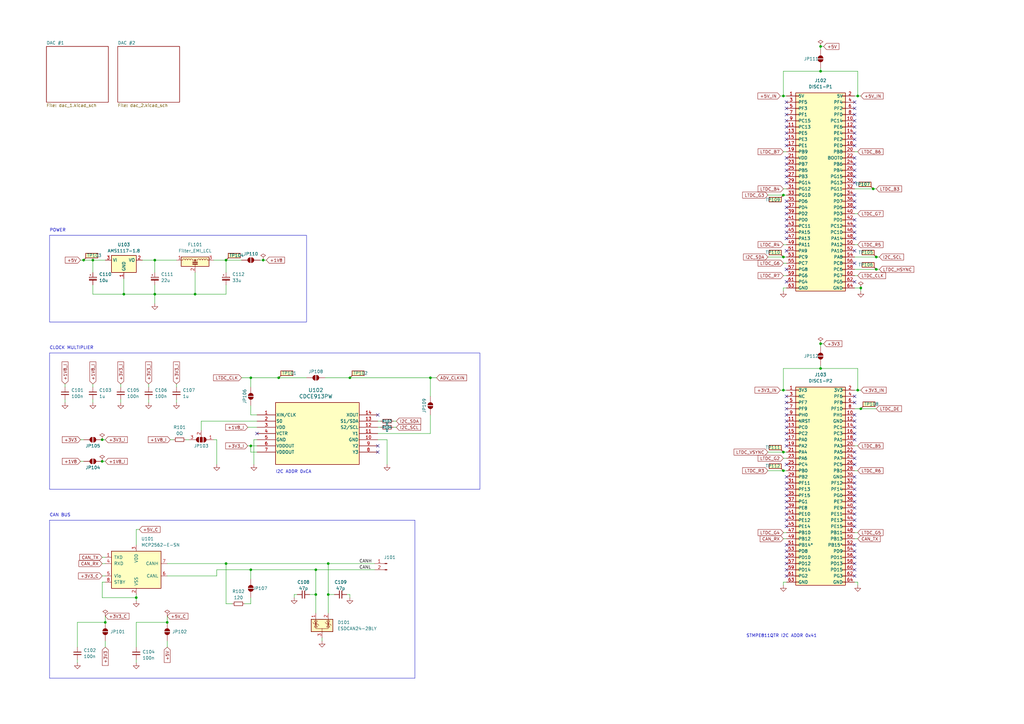
<source format=kicad_sch>
(kicad_sch (version 20230121) (generator eeschema)
  (paper "A3")
  (junction (at 336.55 151.13))
  (junction (at 321.31 105.41))
  (junction (at 143.51 154.94))
  (junction (at 55.88 245.11))
  (junction (at 134.62 231.14))
  (junction (at 41.91 189.23))
  (junction (at 50.8 120.65))
  (junction (at 102.87 154.94))
  (junction (at 63.5 106.68))
  (junction (at 176.53 154.94))
  (junction (at 359.41 105.41))
  (junction (at 353.06 118.11))
  (junction (at 134.62 243.84))
  (junction (at 321.31 39.37))
  (junction (at 80.01 120.65))
  (junction (at 336.55 19.05))
  (junction (at 336.55 29.21))
  (junction (at 129.54 233.68))
  (junction (at 321.31 80.01))
  (junction (at 351.79 39.37))
  (junction (at 114.3 154.94))
  (junction (at 92.71 106.68))
  (junction (at 353.06 167.64))
  (junction (at 92.71 231.14))
  (junction (at 358.14 77.47))
  (junction (at 321.31 185.42))
  (junction (at 34.29 106.68))
  (junction (at 102.87 182.88))
  (junction (at 321.31 160.02))
  (junction (at 41.91 180.34))
  (junction (at 359.41 110.49))
  (junction (at 38.1 106.68))
  (junction (at 102.87 233.68))
  (junction (at 43.18 255.27))
  (junction (at 63.5 120.65))
  (junction (at 321.31 193.04))
  (junction (at 107.95 106.68))
  (junction (at 129.54 243.84))
  (junction (at 336.55 140.97))
  (junction (at 68.58 255.27))
  (junction (at 351.79 160.02))
  (no_connect (at 322.58 41.91))
  (no_connect (at 350.52 190.5))
  (no_connect (at 350.52 231.14))
  (no_connect (at 322.58 69.85))
  (no_connect (at 350.52 233.68))
  (no_connect (at 154.94 185.42))
  (no_connect (at 322.58 44.45))
  (no_connect (at 350.52 52.07))
  (no_connect (at 350.52 165.1))
  (no_connect (at 322.58 180.34))
  (no_connect (at 322.58 52.07))
  (no_connect (at 322.58 90.17))
  (no_connect (at 322.58 110.49))
  (no_connect (at 350.52 228.6))
  (no_connect (at 350.52 162.56))
  (no_connect (at 322.58 165.1))
  (no_connect (at 322.58 97.79))
  (no_connect (at 322.58 49.53))
  (no_connect (at 350.52 226.06))
  (no_connect (at 322.58 215.9))
  (no_connect (at 322.58 236.22))
  (no_connect (at 322.58 228.6))
  (no_connect (at 350.52 64.77))
  (no_connect (at 350.52 170.18))
  (no_connect (at 350.52 172.72))
  (no_connect (at 154.94 182.88))
  (no_connect (at 322.58 87.63))
  (no_connect (at 350.52 180.34))
  (no_connect (at 322.58 208.28))
  (no_connect (at 322.58 85.09))
  (no_connect (at 350.52 41.91))
  (no_connect (at 322.58 82.55))
  (no_connect (at 350.52 210.82))
  (no_connect (at 322.58 92.71))
  (no_connect (at 322.58 170.18))
  (no_connect (at 350.52 44.45))
  (no_connect (at 322.58 59.69))
  (no_connect (at 350.52 72.39))
  (no_connect (at 322.58 203.2))
  (no_connect (at 350.52 54.61))
  (no_connect (at 350.52 175.26))
  (no_connect (at 350.52 198.12))
  (no_connect (at 322.58 95.25))
  (no_connect (at 322.58 231.14))
  (no_connect (at 154.94 170.18))
  (no_connect (at 322.58 200.66))
  (no_connect (at 322.58 54.61))
  (no_connect (at 350.52 97.79))
  (no_connect (at 350.52 102.87))
  (no_connect (at 350.52 95.25))
  (no_connect (at 322.58 233.68))
  (no_connect (at 322.58 205.74))
  (no_connect (at 350.52 46.99))
  (no_connect (at 350.52 67.31))
  (no_connect (at 350.52 185.42))
  (no_connect (at 322.58 57.15))
  (no_connect (at 322.58 162.56))
  (no_connect (at 322.58 190.5))
  (no_connect (at 350.52 59.69))
  (no_connect (at 322.58 175.26))
  (no_connect (at 350.52 236.22))
  (no_connect (at 350.52 74.93))
  (no_connect (at 322.58 210.82))
  (no_connect (at 322.58 167.64))
  (no_connect (at 350.52 223.52))
  (no_connect (at 350.52 203.2))
  (no_connect (at 350.52 92.71))
  (no_connect (at 350.52 115.57))
  (no_connect (at 350.52 80.01))
  (no_connect (at 350.52 187.96))
  (no_connect (at 350.52 200.66))
  (no_connect (at 322.58 223.52))
  (no_connect (at 350.52 85.09))
  (no_connect (at 350.52 205.74))
  (no_connect (at 350.52 49.53))
  (no_connect (at 322.58 182.88))
  (no_connect (at 350.52 107.95))
  (no_connect (at 322.58 115.57))
  (no_connect (at 350.52 57.15))
  (no_connect (at 322.58 226.06))
  (no_connect (at 105.41 177.8))
  (no_connect (at 322.58 72.39))
  (no_connect (at 322.58 195.58))
  (no_connect (at 350.52 195.58))
  (no_connect (at 350.52 213.36))
  (no_connect (at 322.58 198.12))
  (no_connect (at 322.58 67.31))
  (no_connect (at 322.58 74.93))
  (no_connect (at 350.52 177.8))
  (no_connect (at 322.58 177.8))
  (no_connect (at 322.58 46.99))
  (no_connect (at 350.52 215.9))
  (no_connect (at 322.58 213.36))
  (no_connect (at 350.52 69.85))
  (no_connect (at 350.52 208.28))
  (no_connect (at 350.52 82.55))
  (no_connect (at 322.58 64.77))
  (no_connect (at 322.58 172.72))
  (no_connect (at 322.58 102.87))
  (no_connect (at 350.52 90.17))
  (wire (pts (xy 104.14 180.34) (xy 104.14 190.5)))
  (wire (pts (xy 321.31 80.01) (xy 322.58 80.01)))
  (wire (pts (xy 101.6 182.88) (xy 102.87 182.88)))
  (wire (pts (xy 314.96 80.01) (xy 321.31 80.01)))
  (wire (pts (xy 33.02 106.68) (xy 34.29 106.68)))
  (wire (pts (xy 43.18 252.73) (xy 43.18 255.27)))
  (wire (pts (xy 129.54 233.68) (xy 153.67 233.68)))
  (wire (pts (xy 92.71 106.68) (xy 92.71 111.76)))
  (wire (pts (xy 129.54 233.68) (xy 129.54 243.84)))
  (wire (pts (xy 41.91 238.76) (xy 41.91 245.11)))
  (wire (pts (xy 43.18 180.34) (xy 41.91 180.34)))
  (wire (pts (xy 134.62 243.84) (xy 137.16 243.84)))
  (wire (pts (xy 43.18 189.23) (xy 41.91 189.23)))
  (wire (pts (xy 63.5 120.65) (xy 80.01 120.65)))
  (wire (pts (xy 337.82 140.97) (xy 336.55 140.97)))
  (wire (pts (xy 359.41 167.64) (xy 353.06 167.64)))
  (wire (pts (xy 31.75 255.27) (xy 43.18 255.27)))
  (wire (pts (xy 142.24 243.84) (xy 143.51 243.84)))
  (wire (pts (xy 321.31 220.98) (xy 322.58 220.98)))
  (wire (pts (xy 68.58 252.73) (xy 68.58 255.27)))
  (wire (pts (xy 55.88 270.51) (xy 55.88 271.78)))
  (polyline (pts (xy 170.18 213.36) (xy 170.18 278.13)))
  (wire (pts (xy 321.31 151.13) (xy 321.31 160.02)))
  (wire (pts (xy 154.94 177.8) (xy 176.53 177.8)))
  (wire (pts (xy 38.1 157.48) (xy 38.1 158.75)))
  (wire (pts (xy 353.06 167.64) (xy 350.52 167.64)))
  (wire (pts (xy 143.51 243.84) (xy 143.51 245.11)))
  (wire (pts (xy 55.88 255.27) (xy 68.58 255.27)))
  (wire (pts (xy 72.39 165.1) (xy 72.39 163.83)))
  (wire (pts (xy 321.31 29.21) (xy 321.31 39.37)))
  (wire (pts (xy 38.1 106.68) (xy 43.18 106.68)))
  (wire (pts (xy 31.75 270.51) (xy 31.75 271.78)))
  (wire (pts (xy 351.79 238.76) (xy 350.52 238.76)))
  (wire (pts (xy 133.35 154.94) (xy 143.51 154.94)))
  (wire (pts (xy 161.29 172.72) (xy 162.56 172.72)))
  (wire (pts (xy 154.94 180.34) (xy 158.75 180.34)))
  (wire (pts (xy 359.41 110.49) (xy 350.52 110.49)))
  (wire (pts (xy 161.29 175.26) (xy 162.56 175.26)))
  (wire (pts (xy 134.62 231.14) (xy 134.62 243.84)))
  (wire (pts (xy 351.79 87.63) (xy 350.52 87.63)))
  (wire (pts (xy 41.91 231.14) (xy 43.18 231.14)))
  (wire (pts (xy 321.31 185.42) (xy 322.58 185.42)))
  (wire (pts (xy 49.53 157.48) (xy 49.53 158.75)))
  (wire (pts (xy 92.71 231.14) (xy 92.71 247.65)))
  (polyline (pts (xy 20.32 213.36) (xy 170.18 213.36)))
  (wire (pts (xy 336.55 19.05) (xy 336.55 20.32)))
  (wire (pts (xy 102.87 154.94) (xy 102.87 158.75)))
  (wire (pts (xy 321.31 39.37) (xy 322.58 39.37)))
  (wire (pts (xy 88.9 233.68) (xy 88.9 236.22)))
  (wire (pts (xy 38.1 165.1) (xy 38.1 163.83)))
  (wire (pts (xy 336.55 29.21) (xy 321.31 29.21)))
  (wire (pts (xy 92.71 106.68) (xy 99.06 106.68)))
  (wire (pts (xy 351.79 240.03) (xy 351.79 238.76)))
  (wire (pts (xy 60.96 157.48) (xy 60.96 158.75)))
  (wire (pts (xy 68.58 231.14) (xy 92.71 231.14)))
  (wire (pts (xy 55.88 245.11) (xy 55.88 243.84)))
  (wire (pts (xy 102.87 154.94) (xy 114.3 154.94)))
  (wire (pts (xy 129.54 243.84) (xy 129.54 251.46)))
  (wire (pts (xy 87.63 106.68) (xy 92.71 106.68)))
  (wire (pts (xy 92.71 120.65) (xy 80.01 120.65)))
  (wire (pts (xy 106.68 106.68) (xy 107.95 106.68)))
  (wire (pts (xy 360.68 105.41) (xy 359.41 105.41)))
  (wire (pts (xy 353.06 118.11) (xy 353.06 119.38)))
  (wire (pts (xy 33.02 189.23) (xy 34.29 189.23)))
  (wire (pts (xy 121.92 243.84) (xy 120.65 243.84)))
  (wire (pts (xy 76.2 180.34) (xy 77.47 180.34)))
  (wire (pts (xy 321.31 100.33) (xy 322.58 100.33)))
  (wire (pts (xy 102.87 233.68) (xy 129.54 233.68)))
  (wire (pts (xy 127 243.84) (xy 129.54 243.84)))
  (wire (pts (xy 321.31 187.96) (xy 322.58 187.96)))
  (wire (pts (xy 176.53 177.8) (xy 176.53 170.18)))
  (wire (pts (xy 314.96 105.41) (xy 321.31 105.41)))
  (wire (pts (xy 92.71 231.14) (xy 134.62 231.14)))
  (wire (pts (xy 321.31 77.47) (xy 322.58 77.47)))
  (wire (pts (xy 321.31 118.11) (xy 322.58 118.11)))
  (wire (pts (xy 41.91 245.11) (xy 55.88 245.11)))
  (wire (pts (xy 26.67 165.1) (xy 26.67 163.83)))
  (wire (pts (xy 132.08 261.62) (xy 132.08 262.89)))
  (wire (pts (xy 351.79 220.98) (xy 350.52 220.98)))
  (wire (pts (xy 55.88 217.17) (xy 57.15 217.17)))
  (wire (pts (xy 72.39 157.48) (xy 72.39 158.75)))
  (wire (pts (xy 351.79 100.33) (xy 350.52 100.33)))
  (wire (pts (xy 102.87 233.68) (xy 102.87 237.49)))
  (wire (pts (xy 321.31 62.23) (xy 322.58 62.23)))
  (wire (pts (xy 158.75 180.34) (xy 158.75 190.5)))
  (wire (pts (xy 38.1 106.68) (xy 38.1 111.76)))
  (wire (pts (xy 80.01 111.76) (xy 80.01 120.65)))
  (wire (pts (xy 82.55 172.72) (xy 82.55 176.53)))
  (wire (pts (xy 60.96 165.1) (xy 60.96 163.83)))
  (wire (pts (xy 321.31 240.03) (xy 321.31 238.76)))
  (wire (pts (xy 43.18 262.89) (xy 43.18 265.43)))
  (wire (pts (xy 63.5 106.68) (xy 63.5 111.76)))
  (polyline (pts (xy 20.32 278.13) (xy 20.32 213.36)))
  (wire (pts (xy 350.52 39.37) (xy 351.79 39.37)))
  (wire (pts (xy 41.91 228.6) (xy 43.18 228.6)))
  (wire (pts (xy 336.55 140.97) (xy 336.55 142.24)))
  (wire (pts (xy 359.41 77.47) (xy 358.14 77.47)))
  (wire (pts (xy 351.79 218.44) (xy 350.52 218.44)))
  (wire (pts (xy 114.3 154.94) (xy 125.73 154.94)))
  (wire (pts (xy 68.58 236.22) (xy 88.9 236.22)))
  (wire (pts (xy 351.79 29.21) (xy 351.79 39.37)))
  (wire (pts (xy 105.41 170.18) (xy 102.87 170.18)))
  (wire (pts (xy 320.04 160.02) (xy 321.31 160.02)))
  (wire (pts (xy 43.18 238.76) (xy 41.91 238.76)))
  (wire (pts (xy 360.68 110.49) (xy 359.41 110.49)))
  (wire (pts (xy 63.5 106.68) (xy 72.39 106.68)))
  (wire (pts (xy 321.31 105.41) (xy 322.58 105.41)))
  (wire (pts (xy 351.79 160.02) (xy 353.06 160.02)))
  (wire (pts (xy 49.53 165.1) (xy 49.53 163.83)))
  (wire (pts (xy 102.87 245.11) (xy 102.87 247.65)))
  (wire (pts (xy 134.62 231.14) (xy 153.67 231.14)))
  (wire (pts (xy 38.1 116.84) (xy 38.1 120.65)))
  (wire (pts (xy 102.87 185.42) (xy 105.41 185.42)))
  (wire (pts (xy 336.55 29.21) (xy 351.79 29.21)))
  (wire (pts (xy 69.85 180.34) (xy 71.12 180.34)))
  (wire (pts (xy 95.25 247.65) (xy 92.71 247.65)))
  (wire (pts (xy 102.87 185.42) (xy 102.87 182.88)))
  (wire (pts (xy 321.31 238.76) (xy 322.58 238.76)))
  (wire (pts (xy 63.5 120.65) (xy 63.5 124.46)))
  (wire (pts (xy 63.5 120.65) (xy 50.8 120.65)))
  (wire (pts (xy 321.31 113.03) (xy 322.58 113.03)))
  (wire (pts (xy 321.31 193.04) (xy 322.58 193.04)))
  (wire (pts (xy 88.9 180.34) (xy 88.9 190.5)))
  (wire (pts (xy 336.55 149.86) (xy 336.55 151.13)))
  (wire (pts (xy 321.31 160.02) (xy 322.58 160.02)))
  (wire (pts (xy 99.06 154.94) (xy 102.87 154.94)))
  (wire (pts (xy 105.41 180.34) (xy 104.14 180.34)))
  (wire (pts (xy 358.14 77.47) (xy 350.52 77.47)))
  (wire (pts (xy 321.31 107.95) (xy 322.58 107.95)))
  (wire (pts (xy 350.52 118.11) (xy 353.06 118.11)))
  (polyline (pts (xy 170.18 278.13) (xy 20.32 278.13)))
  (wire (pts (xy 336.55 27.94) (xy 336.55 29.21)))
  (wire (pts (xy 34.29 106.68) (xy 38.1 106.68)))
  (wire (pts (xy 107.95 106.68) (xy 109.22 106.68)))
  (wire (pts (xy 102.87 182.88) (xy 105.41 182.88)))
  (wire (pts (xy 26.67 157.48) (xy 26.67 158.75)))
  (wire (pts (xy 88.9 233.68) (xy 102.87 233.68)))
  (wire (pts (xy 120.65 243.84) (xy 120.65 245.11)))
  (wire (pts (xy 336.55 151.13) (xy 351.79 151.13)))
  (wire (pts (xy 351.79 182.88) (xy 350.52 182.88)))
  (wire (pts (xy 351.79 151.13) (xy 351.79 160.02)))
  (wire (pts (xy 41.91 236.22) (xy 43.18 236.22)))
  (wire (pts (xy 92.71 116.84) (xy 92.71 120.65)))
  (wire (pts (xy 351.79 113.03) (xy 350.52 113.03)))
  (wire (pts (xy 321.31 218.44) (xy 322.58 218.44)))
  (wire (pts (xy 359.41 105.41) (xy 350.52 105.41)))
  (wire (pts (xy 55.88 265.43) (xy 55.88 255.27)))
  (wire (pts (xy 31.75 265.43) (xy 31.75 255.27)))
  (wire (pts (xy 320.04 39.37) (xy 321.31 39.37)))
  (wire (pts (xy 314.96 193.04) (xy 321.31 193.04)))
  (wire (pts (xy 336.55 151.13) (xy 321.31 151.13)))
  (wire (pts (xy 314.96 185.42) (xy 321.31 185.42)))
  (wire (pts (xy 154.94 172.72) (xy 156.21 172.72)))
  (wire (pts (xy 82.55 172.72) (xy 105.41 172.72)))
  (wire (pts (xy 38.1 120.65) (xy 50.8 120.65)))
  (wire (pts (xy 351.79 62.23) (xy 350.52 62.23)))
  (wire (pts (xy 337.82 19.05) (xy 336.55 19.05)))
  (wire (pts (xy 176.53 154.94) (xy 179.07 154.94)))
  (wire (pts (xy 176.53 162.56) (xy 176.53 154.94)))
  (wire (pts (xy 134.62 243.84) (xy 134.62 251.46)))
  (wire (pts (xy 321.31 119.38) (xy 321.31 118.11)))
  (wire (pts (xy 55.88 245.11) (xy 55.88 246.38)))
  (wire (pts (xy 100.33 247.65) (xy 102.87 247.65)))
  (wire (pts (xy 351.79 193.04) (xy 350.52 193.04)))
  (wire (pts (xy 154.94 175.26) (xy 156.21 175.26)))
  (wire (pts (xy 63.5 116.84) (xy 63.5 120.65)))
  (wire (pts (xy 33.02 180.34) (xy 34.29 180.34)))
  (wire (pts (xy 350.52 160.02) (xy 351.79 160.02)))
  (wire (pts (xy 87.63 180.34) (xy 88.9 180.34)))
  (wire (pts (xy 143.51 154.94) (xy 176.53 154.94)))
  (wire (pts (xy 50.8 114.3) (xy 50.8 120.65)))
  (wire (pts (xy 58.42 106.68) (xy 63.5 106.68)))
  (wire (pts (xy 55.88 223.52) (xy 55.88 217.17)))
  (wire (pts (xy 102.87 170.18) (xy 102.87 166.37)))
  (wire (pts (xy 351.79 39.37) (xy 353.06 39.37)))
  (wire (pts (xy 101.6 175.26) (xy 105.41 175.26)))
  (wire (pts (xy 68.58 262.89) (xy 68.58 265.43)))
  (rectangle (start 20.32 96.52) (end 125.73 132.08))
  (rectangle (start 20.32 144.78) (end 196.85 200.66))
  (text "CLOCK MULTIPLIER" (at 20.32 143.51 0) (effects (font (size 1.27 1.27)) (justify left bottom)))
  (text "STMPE811QTR I2C ADDR 0x41" (at 306.07 261.62 0) (effects (font (size 1.27 1.27)) (justify left bottom)))
  (text "CAN BUS" (at 20.32 212.09 0) (effects (font (size 1.27 1.27)) (justify left bottom)))
  (text "I2C ADDR 0xCA" (at 113.03 194.31 0) (effects (font (size 1.27 1.27)) (justify left bottom)))
  (text "POWER" (at 20.32 95.25 0) (effects (font (size 1.27 1.27)) (justify left bottom)))
  (label "CANH" (at 147.32 231.14 0))
  (label "CANL" (at 147.32 233.68 0))
  (global_label "LTDC_R4" (shape input) (at 321.31 100.33 180) (property "Intersheetrefs" "${INTERSHEET_REFS}" (effects hide)))
  (global_label "+5V_IN" (shape input) (at 353.06 39.37 0) (property "Intersheetrefs" "${INTERSHEET_REFS}" (effects hide)))
  (global_label "+3V3_I" (shape input) (at 72.39 157.48 90) (property "Intersheetrefs" "${INTERSHEET_REFS}" (effects hide)))
  (global_label "+3V3_I" (shape input) (at 101.6 182.88 180) (property "Intersheetrefs" "${INTERSHEET_REFS}" (effects hide)))
  (global_label "LTDC_R3" (shape input) (at 314.96 193.04 180) (property "Intersheetrefs" "${INTERSHEET_REFS}" (effects hide)))
  (global_label "+5V_C" (shape input) (at 68.58 252.73 0) (property "Intersheetrefs" "${INTERSHEET_REFS}" (effects hide)))
  (global_label "+5V_IN" (shape input) (at 320.04 39.37 180) (property "Intersheetrefs" "${INTERSHEET_REFS}" (effects hide)))
  (global_label "+3V3_I" (shape input) (at 60.96 157.48 90) (property "Intersheetrefs" "${INTERSHEET_REFS}" (effects hide)))
  (global_label "LTDC_R7" (shape input) (at 321.31 113.03 180) (property "Intersheetrefs" "${INTERSHEET_REFS}" (effects hide)))
  (global_label "+3V3_IN" (shape input) (at 353.06 160.02 0) (property "Intersheetrefs" "${INTERSHEET_REFS}" (effects hide)))
  (global_label "LTDC_B7" (shape input) (at 321.31 62.23 180) (property "Intersheetrefs" "${INTERSHEET_REFS}" (effects hide)))
  (global_label "LTDC_DE" (shape input) (at 359.41 167.64 0) (property "Intersheetrefs" "${INTERSHEET_REFS}" (effects hide)))
  (global_label "CAN_TX" (shape input) (at 41.91 228.6 180) (property "Intersheetrefs" "${INTERSHEET_REFS}" (effects hide)))
  (global_label "I2C_SCL" (shape input) (at 162.56 175.26 0) (property "Intersheetrefs" "${INTERSHEET_REFS}" (effects hide)))
  (global_label "I2C_SCL" (shape input) (at 360.68 105.41 0) (property "Intersheetrefs" "${INTERSHEET_REFS}" (effects hide)))
  (global_label "LTDC_G7" (shape input) (at 351.79 87.63 0) (property "Intersheetrefs" "${INTERSHEET_REFS}" (effects hide)))
  (global_label "+5V_C" (shape input) (at 57.15 217.17 0) (property "Intersheetrefs" "${INTERSHEET_REFS}" (effects hide)))
  (global_label "LTDC_G2" (shape input) (at 321.31 187.96 180) (property "Intersheetrefs" "${INTERSHEET_REFS}" (effects hide)))
  (global_label "+3V3" (shape input) (at 43.18 265.43 270) (property "Intersheetrefs" "${INTERSHEET_REFS}" (effects hide)))
  (global_label "LTDC_G5" (shape input) (at 351.79 218.44 0) (property "Intersheetrefs" "${INTERSHEET_REFS}" (effects hide)))
  (global_label "LTDC_G3" (shape input) (at 314.96 80.01 180) (property "Intersheetrefs" "${INTERSHEET_REFS}" (effects hide)))
  (global_label "+3V3_I" (shape input) (at 43.18 180.34 0) (property "Intersheetrefs" "${INTERSHEET_REFS}" (effects hide)))
  (global_label "LTDC_G4" (shape input) (at 321.31 218.44 180) (property "Intersheetrefs" "${INTERSHEET_REFS}" (effects hide)))
  (global_label "+1V8_I" (shape input) (at 101.6 175.26 180) (property "Intersheetrefs" "${INTERSHEET_REFS}" (effects hide)))
  (global_label "+3V3_I" (shape input) (at 49.53 157.48 90) (property "Intersheetrefs" "${INTERSHEET_REFS}" (effects hide)))
  (global_label "LTDC_B4" (shape input) (at 321.31 77.47 180) (property "Intersheetrefs" "${INTERSHEET_REFS}" (effects hide)))
  (global_label "+5V" (shape input) (at 337.82 19.05 0) (property "Intersheetrefs" "${INTERSHEET_REFS}" (effects hide)))
  (global_label "+1V8_I" (shape input) (at 38.1 157.48 90) (property "Intersheetrefs" "${INTERSHEET_REFS}" (effects hide)))
  (global_label "ADV_CLKIN" (shape input) (at 179.07 154.94 0) (property "Intersheetrefs" "${INTERSHEET_REFS}" (effects hide)))
  (global_label "LTDC_CLK" (shape input) (at 351.79 113.03 0) (property "Intersheetrefs" "${INTERSHEET_REFS}" (effects hide)))
  (global_label "+5V" (shape input) (at 33.02 106.68 180) (property "Intersheetrefs" "${INTERSHEET_REFS}" (effects hide)))
  (global_label "+1V8" (shape input) (at 33.02 189.23 180) (property "Intersheetrefs" "${INTERSHEET_REFS}" (effects hide)))
  (global_label "LTDC_B5" (shape input) (at 351.79 182.88 0) (property "Intersheetrefs" "${INTERSHEET_REFS}" (effects hide)))
  (global_label "LTDC_R5" (shape input) (at 351.79 100.33 0) (property "Intersheetrefs" "${INTERSHEET_REFS}" (effects hide)))
  (global_label "+3V3" (shape input) (at 33.02 180.34 180) (property "Intersheetrefs" "${INTERSHEET_REFS}" (effects hide)))
  (global_label "+1V8_I" (shape input) (at 69.85 180.34 180) (property "Intersheetrefs" "${INTERSHEET_REFS}" (effects hide)))
  (global_label "+5V" (shape input) (at 68.58 265.43 270) (property "Intersheetrefs" "${INTERSHEET_REFS}" (effects hide)))
  (global_label "+3V3_IN" (shape input) (at 320.04 160.02 180) (property "Intersheetrefs" "${INTERSHEET_REFS}" (effects hide)))
  (global_label "+3V3" (shape input) (at 337.82 140.97 0) (property "Intersheetrefs" "${INTERSHEET_REFS}" (effects hide)))
  (global_label "LTDC_VSYNC" (shape input) (at 314.96 185.42 180) (property "Intersheetrefs" "${INTERSHEET_REFS}" (effects hide)))
  (global_label "+1V8" (shape input) (at 109.22 106.68 0) (property "Intersheetrefs" "${INTERSHEET_REFS}" (effects hide)))
  (global_label "CAN_TX" (shape input) (at 351.79 220.98 0) (property "Intersheetrefs" "${INTERSHEET_REFS}" (effects hide)))
  (global_label "LTDC_B6" (shape input) (at 351.79 62.23 0) (property "Intersheetrefs" "${INTERSHEET_REFS}" (effects hide)))
  (global_label "+1V8_I" (shape input) (at 26.67 157.48 90) (property "Intersheetrefs" "${INTERSHEET_REFS}" (effects hide)))
  (global_label "LTDC_HSYNC" (shape input) (at 360.68 110.49 0) (property "Intersheetrefs" "${INTERSHEET_REFS}" (effects hide)))
  (global_label "CAN_RX" (shape input) (at 41.91 231.14 180) (property "Intersheetrefs" "${INTERSHEET_REFS}" (effects hide)))
  (global_label "I2C_SDA" (shape input) (at 314.96 105.41 180) (property "Intersheetrefs" "${INTERSHEET_REFS}" (effects hide)))
  (global_label "LTDC_G6" (shape input) (at 321.31 107.95 180) (property "Intersheetrefs" "${INTERSHEET_REFS}" (effects hide)))
  (global_label "I2C_SDA" (shape input) (at 162.56 172.72 0) (property "Intersheetrefs" "${INTERSHEET_REFS}" (effects hide)))
  (global_label "+1V8_I" (shape input) (at 43.18 189.23 0) (property "Intersheetrefs" "${INTERSHEET_REFS}" (effects hide)))
  (global_label "+3V3_C" (shape input) (at 43.18 252.73 0) (property "Intersheetrefs" "${INTERSHEET_REFS}" (effects hide)))
  (global_label "LTDC_CLK" (shape input) (at 99.06 154.94 180) (property "Intersheetrefs" "${INTERSHEET_REFS}" (effects hide)))
  (global_label "LTDC_B3" (shape input) (at 359.41 77.47 0) (property "Intersheetrefs" "${INTERSHEET_REFS}" (effects hide)))
  (global_label "LTDC_R6" (shape input) (at 351.79 193.04 0) (property "Intersheetrefs" "${INTERSHEET_REFS}" (effects hide)))
  (global_label "+3V3_C" (shape input) (at 41.91 236.22 180) (property "Intersheetrefs" "${INTERSHEET_REFS}" (effects hide)))
  (global_label "CAN_RX" (shape input) (at 321.31 220.98 180) (property "Intersheetrefs" "${INTERSHEET_REFS}" (effects hide)))
  (symbol (lib_id "Device:C_Small") (at 38.1 161.29 0) (mirror y) (unit 1)
    (property "Reference" "C103" (at 40.64 160.0262 0) (effects (justify right)))
    (property "Value" "1u" (at 40.64 162.5662 0) (effects (justify right)))
    (property "Footprint" "Capacitor_SMD:C_0603_1608Metric_Pad1.08x0.95mm_HandSolder" (effects hide))
    (property "LCSC" "C14663" (effects hide))
  )
  (symbol (lib_id "Interface_CAN_LIN:MCP2562-E-SN") (at 55.88 233.68 0) (unit 1)
    (property "Reference" "U101" (at 57.8994 220.98 0) (effects (justify left)))
    (property "Value" "MCP2562-E-SN" (at 57.8994 223.52 0) (effects (justify left)))
    (property "Footprint" "Package_SO:SOIC-8_3.9x4.9mm_P1.27mm" (effects hide))
    (property "Datasheet" "http://ww1.microchip.com/downloads/en/DeviceDoc/25167A.pdf" (effects hide))
    (property "LCSC" "C53609" (effects hide))
  )
  (symbol (lib_id "Connector:TestPoint_Flag") (at 114.3 154.94 0) (unit 1)
    (property "Reference" "TP101" (at 115.57 153.035 0) (effects (justify left)))
    (property "Value" "TestPoint_Flag" (effects hide))
    (property "Footprint" "KEYSTONE5015:KEYSTONE_5015" (effects hide))
  )
  (symbol (lib_name "GND_11") (lib_id "power:GND") (at 353.06 119.38 0) (unit 1)
    (property "Reference" "#PWR0119" (effects hide))
    (property "Value" "GND" (effects hide))
  )
  (symbol (lib_id "Jumper:SolderJumper_2_Open") (at 68.58 259.08 90) (mirror x) (unit 1) (in_bom no)
    (property "Reference" "JP102" (at 73.66 259.08 90))
    (property "Value" "SolderJumper_2_Open" (effects hide))
    (property "Footprint" "Jumper:SolderJumper-2_P1.3mm_Open_TrianglePad1.0x1.5mm" (effects hide))
    (property "LCSC" "NA" (effects hide))
  )
  (symbol (lib_id "Device:C_Small") (at 72.39 161.29 0) (mirror y) (unit 1)
    (property "Reference" "C107" (at 74.93 160.0262 0) (effects (justify right)))
    (property "Value" "1u" (at 74.93 162.5662 0) (effects (justify right)))
    (property "Footprint" "Capacitor_SMD:C_0603_1608Metric_Pad1.08x0.95mm_HandSolder" (effects hide))
    (property "LCSC" "C14663" (effects hide))
  )
  (symbol (lib_id "Jumper:SolderJumper_2_Open") (at 102.87 162.56 90) (unit 1) (in_bom no)
    (property "Reference" "JP106" (at 100.33 162.56 0))
    (property "Value" "SolderJumper_2_Open" (effects hide))
    (property "Footprint" "Jumper:SolderJumper-2_P1.3mm_Open_TrianglePad1.0x1.5mm" (effects hide))
    (property "LCSC" "NA" (effects hide))
  )
  (symbol (lib_id "Device:C_Small") (at 55.88 267.97 0) (mirror y) (unit 1)
    (property "Reference" "C104" (at 58.42 267.3413 0) (effects (justify right)))
    (property "Value" "100n" (at 58.42 269.8813 0) (effects (justify right)))
    (property "Footprint" "Capacitor_SMD:C_0603_1608Metric_Pad1.08x0.95mm_HandSolder" (effects hide))
    (property "LCSC" "C14663" (effects hide))
  )
  (symbol (lib_id "Power_Protection:SZNUP2105L") (at 132.08 256.54 0) (unit 1)
    (property "Reference" "D101" (at 138.43 255.27 0) (effects (justify left)))
    (property "Value" "ESDCAN24-2BLY" (at 138.43 257.81 0) (effects (justify left)))
    (property "Footprint" "Package_TO_SOT_SMD:SOT-23" (effects hide))
    (property "Datasheet" "http://www.onsemi.com/pub_link/Collateral/NUP2105L-D.PDF" (effects hide))
    (property "LCSC" "C2937021" (effects hide))
  )
  (symbol (lib_id "Connector:TestPoint_Flag") (at 321.31 105.41 0) (mirror y) (unit 1)
    (property "Reference" "TP110" (at 320.04 103.505 0) (effects (justify left)))
    (property "Value" "TestPoint_Flag" (effects hide))
    (property "Footprint" "KEYSTONE5015:KEYSTONE_5015" (effects hide))
  )
  (symbol (lib_id "Device:R_Small") (at 97.79 247.65 90) (unit 1)
    (property "Reference" "R102" (at 97.79 242.57 90))
    (property "Value" "120" (at 97.79 245.11 90))
    (property "Footprint" "Resistor_SMD:R_0603_1608Metric_Pad0.98x0.95mm_HandSolder" (effects hide))
    (property "LCSC" "C22787" (effects hide))
  )
  (symbol (lib_id "Jumper:SolderJumper_2_Open") (at 38.1 189.23 0) (unit 1) (in_bom no)
    (property "Reference" "JP104" (at 38.1 191.77 0))
    (property "Value" "SolderJumper_2_Open" (effects hide))
    (property "Footprint" "Jumper:SolderJumper-2_P1.3mm_Open_TrianglePad1.0x1.5mm" (effects hide))
    (property "LCSC" "NA" (effects hide))
  )
  (symbol (lib_name "GND_11") (lib_id "power:GND") (at 88.9 190.5 0) (unit 1)
    (property "Reference" "#PWR0109" (effects hide))
    (property "Value" "GND" (effects hide))
  )
  (symbol (lib_name "GND_10") (lib_id "power:GND") (at 120.65 245.11 0) (unit 1)
    (property "Reference" "#PWR0111" (effects hide))
    (property "Value" "GND" (effects hide))
  )
  (symbol (lib_name "GND_7") (lib_id "power:GND") (at 49.53 165.1 0) (unit 1)
    (property "Reference" "#PWR0105" (effects hide))
    (property "Value" "GND" (effects hide))
  )
  (symbol (lib_id "Connector:TestPoint_Flag") (at 358.14 77.47 0) (mirror y) (unit 1)
    (property "Reference" "TP107" (at 356.87 75.565 0) (effects (justify left)))
    (property "Value" "TestPoint_Flag" (effects hide))
    (property "Footprint" "KEYSTONE5015:KEYSTONE_5015" (effects hide))
  )
  (symbol (lib_name "PWR_FLAG_1") (lib_id "power:PWR_FLAG") (at 43.18 252.73 0) (unit 1)
    (property "Reference" "#FLG0101" (effects hide))
    (property "Value" "PWR_FLAG" (effects hide))
  )
  (symbol (lib_id "Connector:TestPoint_Flag") (at 359.41 105.41 0) (mirror y) (unit 1)
    (property "Reference" "TP105" (at 358.14 103.505 0) (effects (justify left)))
    (property "Value" "TestPoint_Flag" (effects hide))
    (property "Footprint" "KEYSTONE5015:KEYSTONE_5015" (effects hide))
  )
  (symbol (lib_name "PWR_FLAG_1") (lib_id "power:PWR_FLAG") (at 107.95 106.68 0) (unit 1)
    (property "Reference" "#FLG0105" (effects hide))
    (property "Value" "PWR_FLAG" (effects hide))
  )
  (symbol (lib_name "GND_11") (lib_id "power:GND") (at 132.08 262.89 0) (unit 1)
    (property "Reference" "#PWR0112" (effects hide))
    (property "Value" "GND" (effects hide))
  )
  (symbol (lib_name "GND_8") (lib_id "power:GND") (at 31.75 271.78 0) (unit 1)
    (property "Reference" "#PWR0104" (effects hide))
    (property "Value" "GND" (effects hide))
  )
  (symbol (lib_id "Connector:TestPoint_Flag") (at 353.06 167.64 0) (unit 1)
    (property "Reference" "TP108" (at 354.33 165.735 0) (effects (justify left)))
    (property "Value" "TestPoint_Flag" (effects hide))
    (property "Footprint" "KEYSTONE5015:KEYSTONE_5015" (effects hide))
  )
  (symbol (lib_id "Device:C_Polarized_Small") (at 92.71 114.3 0) (unit 1)
    (property "Reference" "C112" (at 95.25 112.4839 0) (effects (justify left)))
    (property "Value" "33u" (at 95.25 115.0239 0) (effects (justify left)))
    (property "Footprint" "Capacitor_Tantalum_SMD:CP_EIA-3216-18_Kemet-A_Pad1.58x1.35mm_HandSolder" (effects hide))
  )
  (symbol (lib_id "Device:C_Small") (at 60.96 161.29 0) (mirror y) (unit 1)
    (property "Reference" "C106" (at 63.5 160.0262 0) (effects (justify right)))
    (property "Value" "100n" (at 63.5 162.5662 0) (effects (justify right)))
    (property "Footprint" "Capacitor_SMD:C_0603_1608Metric_Pad1.08x0.95mm_HandSolder" (effects hide))
    (property "LCSC" "C14663" (effects hide))
  )
  (symbol (lib_id "Jumper:SolderJumper_2_Open") (at 38.1 180.34 0) (unit 1) (in_bom no)
    (property "Reference" "JP105" (at 38.1 182.88 0))
    (property "Value" "SolderJumper_2_Open" (effects hide))
    (property "Footprint" "Jumper:SolderJumper-2_P1.3mm_Open_TrianglePad1.0x1.5mm" (effects hide))
    (property "LCSC" "NA" (effects hide))
  )
  (symbol (lib_id "Device:Filter_EMI_LCL") (at 80.01 109.22 0) (unit 1)
    (property "Reference" "FL101" (at 80.01 100.33 0))
    (property "Value" "Filter_EMI_LCL" (at 80.01 102.87 0))
    (property "Footprint" "NFE61PT472C1H9L:FIL_NFE61PT472C1H9L" (effects hide))
    (property "Datasheet" "http://www.murata.com/~/media/webrenewal/support/library/catalog/products/emc/emifil/c31e.ashx?la=en-gb" (effects hide))
  )
  (symbol (lib_id "Jumper:SolderJumper_2_Open") (at 102.87 241.3 270) (unit 1) (in_bom no)
    (property "Reference" "JP107" (at 106.68 241.3 90))
    (property "Value" "SolderJumper_2_Open" (effects hide))
    (property "Footprint" "Jumper:SolderJumper-2_P1.3mm_Open_TrianglePad1.0x1.5mm" (effects hide))
    (property "LCSC" "NA" (effects hide))
  )
  (symbol (lib_name "Conn_02x32_Odd_Even_1") (lib_id "Connector_Generic:Conn_02x32_Odd_Even") (at 335.28 77.47 0) (unit 1)
    (property "Reference" "J102" (at 336.55 33.02 0))
    (property "Value" "DISC1-P1" (at 336.55 35.56 0))
    (property "Footprint" "Connector_PinSocket_2.54mm:PinSocket_2x32_P2.54mm_Vertical" (effects hide))
  )
  (symbol (lib_id "Connector:TestPoint_Flag") (at 321.31 185.42 0) (mirror y) (unit 1)
    (property "Reference" "TP111" (at 320.04 183.515 0) (effects (justify left)))
    (property "Value" "TestPoint_Flag" (effects hide))
    (property "Footprint" "KEYSTONE5015:KEYSTONE_5015" (effects hide))
  )
  (symbol (lib_name "GND_11") (lib_id "power:GND") (at 63.5 124.46 0) (unit 1)
    (property "Reference" "#PWR0115" (effects hide))
    (property "Value" "GND" (effects hide))
  )
  (symbol (lib_id "Device:R_Small") (at 158.75 175.26 270) (unit 1)
    (property "Reference" "R104" (at 158.75 175.26 90) (effects (font (size 1 1))))
    (property "Value" "0" (at 158.75 176.53 90) (effects (font (size 1 1))))
    (property "Footprint" "Resistor_SMD:R_0603_1608Metric_Pad0.98x0.95mm_HandSolder" (effects hide))
  )
  (symbol (lib_name "GND_7") (lib_id "power:GND") (at 26.67 165.1 0) (unit 1)
    (property "Reference" "#PWR0101" (effects hide))
    (property "Value" "GND" (effects hide))
  )
  (symbol (lib_name "GND_11") (lib_id "power:GND") (at 321.31 240.03 0) (unit 1)
    (property "Reference" "#PWR0117" (effects hide))
    (property "Value" "GND" (effects hide))
  )
  (symbol (lib_id "Connector:TestPoint_Flag") (at 34.29 106.68 0) (unit 1)
    (property "Reference" "TP103" (at 35.56 104.775 0) (effects (justify left)))
    (property "Value" "TestPoint_Flag" (effects hide))
    (property "Footprint" "KEYSTONE5015:KEYSTONE_5015" (effects hide))
  )
  (symbol (lib_id "Device:C_Small") (at 49.53 161.29 0) (mirror y) (unit 1)
    (property "Reference" "C105" (at 52.07 160.0262 0) (effects (justify right)))
    (property "Value" "100n" (at 52.07 162.5662 0) (effects (justify right)))
    (property "Footprint" "Capacitor_SMD:C_0603_1608Metric_Pad1.08x0.95mm_HandSolder" (effects hide))
    (property "LCSC" "C14663" (effects hide))
  )
  (symbol (lib_name "PWR_FLAG_1") (lib_id "power:PWR_FLAG") (at 41.91 180.34 0) (unit 1)
    (property "Reference" "#FLG0109" (effects hide))
    (property "Value" "PWR_FLAG" (effects hide))
  )
  (symbol (lib_id "Connector:TestPoint_Flag") (at 359.41 110.49 0) (mirror y) (unit 1)
    (property "Reference" "TP106" (at 358.14 108.585 0) (effects (justify left)))
    (property "Value" "TestPoint_Flag" (effects hide))
    (property "Footprint" "KEYSTONE5015:KEYSTONE_5015" (effects hide))
  )
  (symbol (lib_id "Device:R_Small") (at 158.75 172.72 270) (unit 1)
    (property "Reference" "R103" (at 158.75 172.72 90) (effects (font (size 1 1))))
    (property "Value" "0" (at 158.75 173.99 90) (effects (font (size 1 1))))
    (property "Footprint" "Resistor_SMD:R_0603_1608Metric_Pad0.98x0.95mm_HandSolder" (effects hide))
  )
  (symbol (lib_id "2024-05-27_19-18-21:CDCE913PW") (at 105.41 170.18 0) (unit 1)
    (property "Reference" "U102" (at 129.54 160.02 0) (effects (font (size 1.524 1.524))))
    (property "Value" "CDCE913PW" (at 129.54 162.56 0) (effects (font (size 1.524 1.524))))
    (property "Footprint" "CDCE913PW:PW14" (effects hide))
    (property "Datasheet" "CDCE913PW" (effects hide))
  )
  (symbol (lib_id "Jumper:SolderJumper_2_Open") (at 336.55 146.05 90) (unit 1) (in_bom no)
    (property "Reference" "JP112" (at 332.74 146.05 90))
    (property "Value" "SolderJumper_2_Open" (effects hide))
    (property "Footprint" "Jumper:SolderJumper-2_P1.3mm_Open_TrianglePad1.0x1.5mm" (effects hide))
    (property "LCSC" "NA" (effects hide))
  )
  (symbol (lib_name "PWR_FLAG_1") (lib_id "power:PWR_FLAG") (at 336.55 140.97 0) (unit 1)
    (property "Reference" "#FLG0107" (effects hide))
    (property "Value" "PWR_FLAG" (effects hide))
  )
  (symbol (lib_name "PWR_FLAG_1") (lib_id "power:PWR_FLAG") (at 41.91 189.23 0) (unit 1)
    (property "Reference" "#FLG0103" (effects hide))
    (property "Value" "PWR_FLAG" (effects hide))
  )
  (symbol (lib_id "Device:C_Small") (at 139.7 243.84 90) (mirror x) (unit 1)
    (property "Reference" "C109" (at 139.7 238.76 90))
    (property "Value" "47p" (at 139.7 241.3 90))
    (property "Footprint" "Capacitor_SMD:C_0603_1608Metric_Pad1.08x0.95mm_HandSolder" (effects hide))
    (property "LCSC" "C94904" (effects hide))
  )
  (symbol (lib_id "Connector:TestPoint_Flag") (at 321.31 80.01 180) (unit 1)
    (property "Reference" "TP109" (at 320.04 81.915 0) (effects (justify left)))
    (property "Value" "TestPoint_Flag" (effects hide))
    (property "Footprint" "KEYSTONE5015:KEYSTONE_5015" (effects hide))
  )
  (symbol (lib_name "Conn_02x32_Odd_Even_2") (lib_id "Connector_Generic:Conn_02x32_Odd_Even") (at 335.28 198.12 0) (unit 1)
    (property "Reference" "J103" (at 336.55 153.67 0))
    (property "Value" "DISC1-P2" (at 336.55 156.21 0))
    (property "Footprint" "Connector_PinSocket_2.54mm:PinSocket_2x32_P2.54mm_Vertical" (effects hide))
  )
  (symbol (lib_name "GND_8") (lib_id "power:GND") (at 55.88 271.78 0) (unit 1)
    (property "Reference" "#PWR0102" (effects hide))
    (property "Value" "GND" (effects hide))
  )
  (symbol (lib_id "Connector:TestPoint_Flag") (at 143.51 154.94 0) (unit 1)
    (property "Reference" "TP102" (at 144.78 153.035 0) (effects (justify left)))
    (property "Value" "TestPoint_Flag" (effects hide))
    (property "Footprint" "KEYSTONE5015:KEYSTONE_5015" (effects hide))
  )
  (symbol (lib_name "PWR_FLAG_1") (lib_id "power:PWR_FLAG") (at 353.06 118.11 0) (unit 1)
    (property "Reference" "#FLG0108" (effects hide))
    (property "Value" "PWR_FLAG" (effects hide))
  )
  (symbol (lib_id "Jumper:SolderJumper_2_Open") (at 43.18 259.08 270) (mirror x) (unit 1) (in_bom no)
    (property "Reference" "JP101" (at 48.26 259.08 90))
    (property "Value" "SolderJumper_2_Open" (effects hide))
    (property "Footprint" "Jumper:SolderJumper-2_P1.3mm_Open_TrianglePad1.0x1.5mm" (effects hide))
    (property "LCSC" "NA" (effects hide))
  )
  (symbol (lib_id "Device:C_Polarized_Small") (at 63.5 114.3 0) (unit 1)
    (property "Reference" "C111" (at 66.04 112.4839 0) (effects (justify left)))
    (property "Value" "22u" (at 66.04 115.0239 0) (effects (justify left)))
    (property "Footprint" "Capacitor_Tantalum_SMD:CP_EIA-3216-18_Kemet-A_Pad1.58x1.35mm_HandSolder" (effects hide))
  )
  (symbol (lib_name "GND_7") (lib_id "power:GND") (at 60.96 165.1 0) (unit 1)
    (property "Reference" "#PWR0107" (effects hide))
    (property "Value" "GND" (effects hide))
  )
  (symbol (lib_id "Regulator_Linear:AMS1117-1.8") (at 50.8 106.68 0) (unit 1)
    (property "Reference" "U103" (at 50.8 100.33 0))
    (property "Value" "AMS1117-1.8" (at 50.8 102.87 0))
    (property "Footprint" "Package_TO_SOT_SMD:SOT-223-3_TabPin2" (effects hide))
    (property "Datasheet" "http://www.advanced-monolithic.com/pdf/ds1117.pdf" (effects hide))
  )
  (symbol (lib_name "GND_7") (lib_id "power:GND") (at 38.1 165.1 0) (unit 1)
    (property "Reference" "#PWR0103" (effects hide))
    (property "Value" "GND" (effects hide))
  )
  (symbol (lib_id "Connector:TestPoint_Flag") (at 321.31 193.04 0) (mirror y) (unit 1)
    (property "Reference" "TP112" (at 320.04 191.135 0) (effects (justify left)))
    (property "Value" "TestPoint_Flag" (effects hide))
    (property "Footprint" "KEYSTONE5015:KEYSTONE_5015" (effects hide))
  )
  (symbol (lib_name "GND_11") (lib_id "power:GND") (at 158.75 190.5 0) (unit 1)
    (property "Reference" "#PWR0114" (effects hide))
    (property "Value" "GND" (effects hide))
  )
  (symbol (lib_id "Jumper:SolderJumper_2_Open") (at 336.55 24.13 90) (unit 1) (in_bom no)
    (property "Reference" "JP111" (at 332.74 24.13 90))
    (property "Value" "SolderJumper_2_Open" (effects hide))
    (property "Footprint" "Jumper:SolderJumper-2_P1.3mm_Open_TrianglePad1.0x1.5mm" (effects hide))
    (property "LCSC" "NA" (effects hide))
  )
  (symbol (lib_name "PWR_FLAG_1") (lib_id "power:PWR_FLAG") (at 336.55 19.05 0) (unit 1)
    (property "Reference" "#FLG0106" (effects hide))
    (property "Value" "PWR_FLAG" (effects hide))
  )
  (symbol (lib_name "GND_7") (lib_id "power:GND") (at 72.39 165.1 0) (unit 1)
    (property "Reference" "#PWR0108" (effects hide))
    (property "Value" "GND" (effects hide))
  )
  (symbol (lib_name "GND_9") (lib_id "power:GND") (at 55.88 246.38 0) (unit 1)
    (property "Reference" "#PWR0106" (effects hide))
    (property "Value" "GND" (effects hide))
  )
  (symbol (lib_id "Jumper:SolderJumper_3_Open") (at 82.55 180.34 180) (unit 1)
    (property "Reference" "JP103" (at 82.55 182.88 0))
    (property "Value" "SolderJumper_3_Open" (effects hide))
    (property "Footprint" "Jumper:SolderJumper-3_P1.3mm_Open_RoundedPad1.0x1.5mm_NumberLabels" (effects hide))
  )
  (symbol (lib_id "Device:C_Polarized_Small") (at 38.1 114.3 0) (unit 1)
    (property "Reference" "C110" (at 40.64 112.4839 0) (effects (justify left)))
    (property "Value" "10u" (at 40.64 115.0239 0) (effects (justify left)))
    (property "Footprint" "Capacitor_Tantalum_SMD:CP_EIA-3216-18_Kemet-A_Pad1.58x1.35mm_HandSolder" (effects hide))
  )
  (symbol (lib_name "PWR_FLAG_1") (lib_id "power:PWR_FLAG") (at 68.58 252.73 0) (unit 1)
    (property "Reference" "#FLG0102" (effects hide))
    (property "Value" "PWR_FLAG" (effects hide))
  )
  (symbol (lib_id "Jumper:SolderJumper_2_Open") (at 102.87 106.68 0) (unit 1) (in_bom no)
    (property "Reference" "JP110" (at 102.87 104.14 0))
    (property "Value" "SolderJumper_2_Open" (effects hide))
    (property "Footprint" "Jumper:SolderJumper-2_P1.3mm_Open_TrianglePad1.0x1.5mm" (effects hide))
    (property "LCSC" "NA" (effects hide))
  )
  (symbol (lib_name "GND_11") (lib_id "power:GND") (at 321.31 119.38 0) (unit 1)
    (property "Reference" "#PWR0116" (effects hide))
    (property "Value" "GND" (effects hide))
  )
  (symbol (lib_id "Device:C_Small") (at 26.67 161.29 0) (mirror y) (unit 1)
    (property "Reference" "C101" (at 29.21 160.0262 0) (effects (justify right)))
    (property "Value" "100n" (at 29.21 162.5662 0) (effects (justify right)))
    (property "Footprint" "Capacitor_SMD:C_0603_1608Metric_Pad1.08x0.95mm_HandSolder" (effects hide))
    (property "LCSC" "C14663" (effects hide))
  )
  (symbol (lib_id "Device:C_Small") (at 124.46 243.84 90) (unit 1)
    (property "Reference" "C108" (at 124.46 238.76 90))
    (property "Value" "47p" (at 124.46 241.3 90))
    (property "Footprint" "Capacitor_SMD:C_0603_1608Metric_Pad1.08x0.95mm_HandSolder" (effects hide))
    (property "LCSC" "C94904" (effects hide))
  )
  (symbol (lib_id "Connector:Conn_01x02_Pin") (at 158.75 231.14 0) (mirror y) (unit 1) (in_bom no)
    (property "Reference" "J101" (at 157.48 228.6 0) (effects (justify right)))
    (property "Value" "Conn_01x02_Pin" (effects hide))
    (property "Footprint" "Connector_JST:JST_XH_S2B-XH-A_1x02_P2.50mm_Horizontal" (effects hide))
    (property "LCSC" "OWN" (effects hide))
  )
  (symbol (lib_id "Connector:TestPoint_Flag") (at 92.71 106.68 0) (unit 1)
    (property "Reference" "TP104" (at 93.98 104.775 0) (effects (justify left)))
    (property "Value" "TestPoint_Flag" (effects hide))
    (property "Footprint" "KEYSTONE5015:KEYSTONE_5015" (effects hide))
  )
  (symbol (lib_name "GND_11") (lib_id "power:GND") (at 104.14 190.5 0) (unit 1)
    (property "Reference" "#PWR0110" (effects hide))
    (property "Value" "GND" (effects hide))
  )
  (symbol (lib_id "Jumper:SolderJumper_2_Open") (at 129.54 154.94 0) (unit 1) (in_bom no)
    (property "Reference" "JP108" (at 129.54 152.4 0))
    (property "Value" "SolderJumper_2_Open" (effects hide))
    (property "Footprint" "Jumper:SolderJumper-2_P1.3mm_Open_TrianglePad1.0x1.5mm" (effects hide))
    (property "LCSC" "NA" (effects hide))
  )
  (symbol (lib_id "Device:C_Small") (at 31.75 267.97 0) (mirror y) (unit 1)
    (property "Reference" "C102" (at 34.29 266.7062 0) (effects (justify right)))
    (property "Value" "100n" (at 34.29 269.2462 0) (effects (justify right)))
    (property "Footprint" "Capacitor_SMD:C_0603_1608Metric_Pad1.08x0.95mm_HandSolder" (effects hide))
    (property "LCSC" "C14663" (effects hide))
  )
  (symbol (lib_id "power:GND") (at 143.51 245.11 0) (unit 1)
    (property "Reference" "#PWR0113" (effects hide))
    (property "Value" "GND" (effects hide))
  )
  (symbol (lib_id "Jumper:SolderJumper_2_Open") (at 176.53 166.37 90) (unit 1) (in_bom no)
    (property "Reference" "JP109" (at 173.99 166.37 0))
    (property "Value" "SolderJumper_2_Open" (effects hide))
    (property "Footprint" "Jumper:SolderJumper-2_P1.3mm_Open_TrianglePad1.0x1.5mm" (effects hide))
    (property "LCSC" "NA" (effects hide))
  )
  (symbol (lib_name "GND_11") (lib_id "power:GND") (at 351.79 240.03 0) (unit 1)
    (property "Reference" "#PWR0118" (effects hide))
    (property "Value" "GND" (effects hide))
  )
  (symbol (lib_id "Device:R_Small") (at 73.66 180.34 90) (unit 1)
    (property "Reference" "R101" (at 73.66 175.26 90))
    (property "Value" "0Ω" (at 73.66 177.8 90))
    (property "Footprint" "Resistor_SMD:R_0603_1608Metric_Pad0.98x0.95mm_HandSolder" (effects hide))
  )
  (sheet (at 48.26 19.05) (size 25.4 22.86) (stroke (width 0.1524))
    (property "Sheetname" "DAC #2" (at 48.26 18.3384 0) (effects (justify left bottom)))
    (property "Sheetfile" "dac_2.kicad_sch" (at 48.26 42.4946 0) (effects (justify left top)))
  )
  (sheet (at 19.05 19.05) (size 25.4 22.86) (stroke (width 0.1524))
    (property "Sheetname" "DAC #1" (at 19.05 18.3384 0) (effects (justify left bottom)))
    (property "Sheetfile" "dac_1.kicad_sch" (at 19.05 42.4946 0) (effects (justify left top)))
  )
)
</source>
